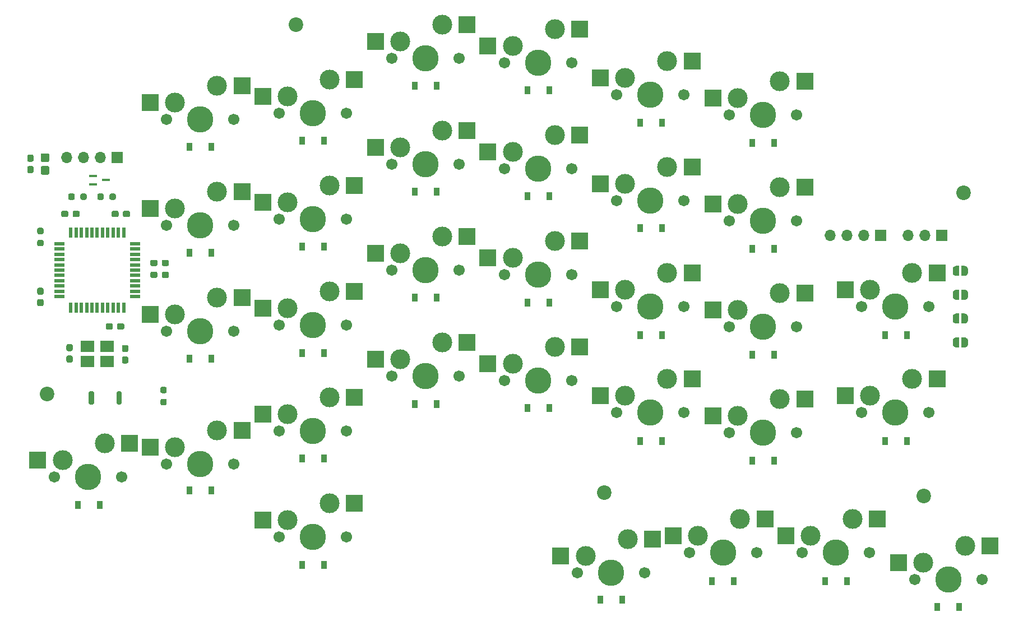
<source format=gbr>
G04 #@! TF.GenerationSoftware,KiCad,Pcbnew,(5.1.7)-1*
G04 #@! TF.CreationDate,2020-12-30T19:43:11-05:00*
G04 #@! TF.ProjectId,snowflake,736e6f77-666c-4616-9b65-2e6b69636164,rev?*
G04 #@! TF.SameCoordinates,Original*
G04 #@! TF.FileFunction,Soldermask,Bot*
G04 #@! TF.FilePolarity,Negative*
%FSLAX46Y46*%
G04 Gerber Fmt 4.6, Leading zero omitted, Abs format (unit mm)*
G04 Created by KiCad (PCBNEW (5.1.7)-1) date 2020-12-30 19:43:11*
%MOMM*%
%LPD*%
G01*
G04 APERTURE LIST*
%ADD10C,0.100000*%
%ADD11R,1.168400X0.355600*%
%ADD12C,2.200000*%
%ADD13R,2.100000X1.800000*%
%ADD14R,0.550000X1.500000*%
%ADD15R,1.500000X0.550000*%
%ADD16R,2.550000X2.500000*%
%ADD17C,1.701800*%
%ADD18C,3.987800*%
%ADD19C,3.000000*%
%ADD20O,1.700000X1.700000*%
%ADD21R,1.700000X1.700000*%
%ADD22R,0.900000X1.200000*%
G04 APERTURE END LIST*
D10*
G36*
X224800000Y-104150602D02*
G01*
X224824534Y-104150602D01*
X224873365Y-104155412D01*
X224921490Y-104164984D01*
X224968445Y-104179228D01*
X225013778Y-104198005D01*
X225057051Y-104221136D01*
X225097850Y-104248396D01*
X225135779Y-104279524D01*
X225170476Y-104314221D01*
X225201604Y-104352150D01*
X225228864Y-104392949D01*
X225251995Y-104436222D01*
X225270772Y-104481555D01*
X225285016Y-104528510D01*
X225294588Y-104576635D01*
X225299398Y-104625466D01*
X225299398Y-104650000D01*
X225300000Y-104650000D01*
X225300000Y-105150000D01*
X225299398Y-105150000D01*
X225299398Y-105174534D01*
X225294588Y-105223365D01*
X225285016Y-105271490D01*
X225270772Y-105318445D01*
X225251995Y-105363778D01*
X225228864Y-105407051D01*
X225201604Y-105447850D01*
X225170476Y-105485779D01*
X225135779Y-105520476D01*
X225097850Y-105551604D01*
X225057051Y-105578864D01*
X225013778Y-105601995D01*
X224968445Y-105620772D01*
X224921490Y-105635016D01*
X224873365Y-105644588D01*
X224824534Y-105649398D01*
X224800000Y-105649398D01*
X224800000Y-105650000D01*
X224300000Y-105650000D01*
X224300000Y-104150000D01*
X224800000Y-104150000D01*
X224800000Y-104150602D01*
G37*
G36*
X224000000Y-105650000D02*
G01*
X223500000Y-105650000D01*
X223500000Y-105649398D01*
X223475466Y-105649398D01*
X223426635Y-105644588D01*
X223378510Y-105635016D01*
X223331555Y-105620772D01*
X223286222Y-105601995D01*
X223242949Y-105578864D01*
X223202150Y-105551604D01*
X223164221Y-105520476D01*
X223129524Y-105485779D01*
X223098396Y-105447850D01*
X223071136Y-105407051D01*
X223048005Y-105363778D01*
X223029228Y-105318445D01*
X223014984Y-105271490D01*
X223005412Y-105223365D01*
X223000602Y-105174534D01*
X223000602Y-105150000D01*
X223000000Y-105150000D01*
X223000000Y-104650000D01*
X223000602Y-104650000D01*
X223000602Y-104625466D01*
X223005412Y-104576635D01*
X223014984Y-104528510D01*
X223029228Y-104481555D01*
X223048005Y-104436222D01*
X223071136Y-104392949D01*
X223098396Y-104352150D01*
X223129524Y-104314221D01*
X223164221Y-104279524D01*
X223202150Y-104248396D01*
X223242949Y-104221136D01*
X223286222Y-104198005D01*
X223331555Y-104179228D01*
X223378510Y-104164984D01*
X223426635Y-104155412D01*
X223475466Y-104150602D01*
X223500000Y-104150602D01*
X223500000Y-104150000D01*
X224000000Y-104150000D01*
X224000000Y-105650000D01*
G37*
G36*
X223500000Y-102049398D02*
G01*
X223475466Y-102049398D01*
X223426635Y-102044588D01*
X223378510Y-102035016D01*
X223331555Y-102020772D01*
X223286222Y-102001995D01*
X223242949Y-101978864D01*
X223202150Y-101951604D01*
X223164221Y-101920476D01*
X223129524Y-101885779D01*
X223098396Y-101847850D01*
X223071136Y-101807051D01*
X223048005Y-101763778D01*
X223029228Y-101718445D01*
X223014984Y-101671490D01*
X223005412Y-101623365D01*
X223000602Y-101574534D01*
X223000602Y-101550000D01*
X223000000Y-101550000D01*
X223000000Y-101050000D01*
X223000602Y-101050000D01*
X223000602Y-101025466D01*
X223005412Y-100976635D01*
X223014984Y-100928510D01*
X223029228Y-100881555D01*
X223048005Y-100836222D01*
X223071136Y-100792949D01*
X223098396Y-100752150D01*
X223129524Y-100714221D01*
X223164221Y-100679524D01*
X223202150Y-100648396D01*
X223242949Y-100621136D01*
X223286222Y-100598005D01*
X223331555Y-100579228D01*
X223378510Y-100564984D01*
X223426635Y-100555412D01*
X223475466Y-100550602D01*
X223500000Y-100550602D01*
X223500000Y-100550000D01*
X224000000Y-100550000D01*
X224000000Y-102050000D01*
X223500000Y-102050000D01*
X223500000Y-102049398D01*
G37*
G36*
X224300000Y-100550000D02*
G01*
X224800000Y-100550000D01*
X224800000Y-100550602D01*
X224824534Y-100550602D01*
X224873365Y-100555412D01*
X224921490Y-100564984D01*
X224968445Y-100579228D01*
X225013778Y-100598005D01*
X225057051Y-100621136D01*
X225097850Y-100648396D01*
X225135779Y-100679524D01*
X225170476Y-100714221D01*
X225201604Y-100752150D01*
X225228864Y-100792949D01*
X225251995Y-100836222D01*
X225270772Y-100881555D01*
X225285016Y-100928510D01*
X225294588Y-100976635D01*
X225299398Y-101025466D01*
X225299398Y-101050000D01*
X225300000Y-101050000D01*
X225300000Y-101550000D01*
X225299398Y-101550000D01*
X225299398Y-101574534D01*
X225294588Y-101623365D01*
X225285016Y-101671490D01*
X225270772Y-101718445D01*
X225251995Y-101763778D01*
X225228864Y-101807051D01*
X225201604Y-101847850D01*
X225170476Y-101885779D01*
X225135779Y-101920476D01*
X225097850Y-101951604D01*
X225057051Y-101978864D01*
X225013778Y-102001995D01*
X224968445Y-102020772D01*
X224921490Y-102035016D01*
X224873365Y-102044588D01*
X224824534Y-102049398D01*
X224800000Y-102049398D01*
X224800000Y-102050000D01*
X224300000Y-102050000D01*
X224300000Y-100550000D01*
G37*
G36*
X223500000Y-98449398D02*
G01*
X223475466Y-98449398D01*
X223426635Y-98444588D01*
X223378510Y-98435016D01*
X223331555Y-98420772D01*
X223286222Y-98401995D01*
X223242949Y-98378864D01*
X223202150Y-98351604D01*
X223164221Y-98320476D01*
X223129524Y-98285779D01*
X223098396Y-98247850D01*
X223071136Y-98207051D01*
X223048005Y-98163778D01*
X223029228Y-98118445D01*
X223014984Y-98071490D01*
X223005412Y-98023365D01*
X223000602Y-97974534D01*
X223000602Y-97950000D01*
X223000000Y-97950000D01*
X223000000Y-97450000D01*
X223000602Y-97450000D01*
X223000602Y-97425466D01*
X223005412Y-97376635D01*
X223014984Y-97328510D01*
X223029228Y-97281555D01*
X223048005Y-97236222D01*
X223071136Y-97192949D01*
X223098396Y-97152150D01*
X223129524Y-97114221D01*
X223164221Y-97079524D01*
X223202150Y-97048396D01*
X223242949Y-97021136D01*
X223286222Y-96998005D01*
X223331555Y-96979228D01*
X223378510Y-96964984D01*
X223426635Y-96955412D01*
X223475466Y-96950602D01*
X223500000Y-96950602D01*
X223500000Y-96950000D01*
X224000000Y-96950000D01*
X224000000Y-98450000D01*
X223500000Y-98450000D01*
X223500000Y-98449398D01*
G37*
G36*
X224300000Y-96950000D02*
G01*
X224800000Y-96950000D01*
X224800000Y-96950602D01*
X224824534Y-96950602D01*
X224873365Y-96955412D01*
X224921490Y-96964984D01*
X224968445Y-96979228D01*
X225013778Y-96998005D01*
X225057051Y-97021136D01*
X225097850Y-97048396D01*
X225135779Y-97079524D01*
X225170476Y-97114221D01*
X225201604Y-97152150D01*
X225228864Y-97192949D01*
X225251995Y-97236222D01*
X225270772Y-97281555D01*
X225285016Y-97328510D01*
X225294588Y-97376635D01*
X225299398Y-97425466D01*
X225299398Y-97450000D01*
X225300000Y-97450000D01*
X225300000Y-97950000D01*
X225299398Y-97950000D01*
X225299398Y-97974534D01*
X225294588Y-98023365D01*
X225285016Y-98071490D01*
X225270772Y-98118445D01*
X225251995Y-98163778D01*
X225228864Y-98207051D01*
X225201604Y-98247850D01*
X225170476Y-98285779D01*
X225135779Y-98320476D01*
X225097850Y-98351604D01*
X225057051Y-98378864D01*
X225013778Y-98401995D01*
X224968445Y-98420772D01*
X224921490Y-98435016D01*
X224873365Y-98444588D01*
X224824534Y-98449398D01*
X224800000Y-98449398D01*
X224800000Y-98450000D01*
X224300000Y-98450000D01*
X224300000Y-96950000D01*
G37*
G36*
X224800000Y-93350602D02*
G01*
X224824534Y-93350602D01*
X224873365Y-93355412D01*
X224921490Y-93364984D01*
X224968445Y-93379228D01*
X225013778Y-93398005D01*
X225057051Y-93421136D01*
X225097850Y-93448396D01*
X225135779Y-93479524D01*
X225170476Y-93514221D01*
X225201604Y-93552150D01*
X225228864Y-93592949D01*
X225251995Y-93636222D01*
X225270772Y-93681555D01*
X225285016Y-93728510D01*
X225294588Y-93776635D01*
X225299398Y-93825466D01*
X225299398Y-93850000D01*
X225300000Y-93850000D01*
X225300000Y-94350000D01*
X225299398Y-94350000D01*
X225299398Y-94374534D01*
X225294588Y-94423365D01*
X225285016Y-94471490D01*
X225270772Y-94518445D01*
X225251995Y-94563778D01*
X225228864Y-94607051D01*
X225201604Y-94647850D01*
X225170476Y-94685779D01*
X225135779Y-94720476D01*
X225097850Y-94751604D01*
X225057051Y-94778864D01*
X225013778Y-94801995D01*
X224968445Y-94820772D01*
X224921490Y-94835016D01*
X224873365Y-94844588D01*
X224824534Y-94849398D01*
X224800000Y-94849398D01*
X224800000Y-94850000D01*
X224300000Y-94850000D01*
X224300000Y-93350000D01*
X224800000Y-93350000D01*
X224800000Y-93350602D01*
G37*
G36*
X224000000Y-94850000D02*
G01*
X223500000Y-94850000D01*
X223500000Y-94849398D01*
X223475466Y-94849398D01*
X223426635Y-94844588D01*
X223378510Y-94835016D01*
X223331555Y-94820772D01*
X223286222Y-94801995D01*
X223242949Y-94778864D01*
X223202150Y-94751604D01*
X223164221Y-94720476D01*
X223129524Y-94685779D01*
X223098396Y-94647850D01*
X223071136Y-94607051D01*
X223048005Y-94563778D01*
X223029228Y-94518445D01*
X223014984Y-94471490D01*
X223005412Y-94423365D01*
X223000602Y-94374534D01*
X223000602Y-94350000D01*
X223000000Y-94350000D01*
X223000000Y-93850000D01*
X223000602Y-93850000D01*
X223000602Y-93825466D01*
X223005412Y-93776635D01*
X223014984Y-93728510D01*
X223029228Y-93681555D01*
X223048005Y-93636222D01*
X223071136Y-93592949D01*
X223098396Y-93552150D01*
X223129524Y-93514221D01*
X223164221Y-93479524D01*
X223202150Y-93448396D01*
X223242949Y-93421136D01*
X223286222Y-93398005D01*
X223331555Y-93379228D01*
X223378510Y-93364984D01*
X223426635Y-93355412D01*
X223475466Y-93350602D01*
X223500000Y-93350602D01*
X223500000Y-93350000D01*
X224000000Y-93350000D01*
X224000000Y-94850000D01*
G37*
G36*
G01*
X92500000Y-114100000D02*
X92500000Y-112500000D01*
G75*
G02*
X92700000Y-112300000I200000J0D01*
G01*
X93100000Y-112300000D01*
G75*
G02*
X93300000Y-112500000I0J-200000D01*
G01*
X93300000Y-114100000D01*
G75*
G02*
X93100000Y-114300000I-200000J0D01*
G01*
X92700000Y-114300000D01*
G75*
G02*
X92500000Y-114100000I0J200000D01*
G01*
G37*
G36*
G01*
X96700000Y-114100000D02*
X96700000Y-112500000D01*
G75*
G02*
X96900000Y-112300000I200000J0D01*
G01*
X97300000Y-112300000D01*
G75*
G02*
X97500000Y-112500000I0J-200000D01*
G01*
X97500000Y-114100000D01*
G75*
G02*
X97300000Y-114300000I-200000J0D01*
G01*
X96900000Y-114300000D01*
G75*
G02*
X96700000Y-114100000I0J200000D01*
G01*
G37*
D11*
X95065200Y-80400000D03*
X93134800Y-79750001D03*
X93134800Y-81049999D03*
D12*
X170400000Y-127600000D03*
X218600000Y-128100000D03*
X86200000Y-112700000D03*
X123800000Y-56900000D03*
X224600000Y-82300000D03*
D13*
X92330000Y-107770000D03*
X95230000Y-107770000D03*
X95230000Y-105470000D03*
X92330000Y-105470000D03*
D14*
X97780000Y-88290000D03*
X96980000Y-88290000D03*
X96180000Y-88290000D03*
X95380000Y-88290000D03*
X94580000Y-88290000D03*
X93780000Y-88290000D03*
X92980000Y-88290000D03*
X92180000Y-88290000D03*
X91380000Y-88290000D03*
X90580000Y-88290000D03*
X89780000Y-88290000D03*
D15*
X88080000Y-89990000D03*
X88080000Y-90790000D03*
X88080000Y-91590000D03*
X88080000Y-92390000D03*
X88080000Y-93190000D03*
X88080000Y-93990000D03*
X88080000Y-94790000D03*
X88080000Y-95590000D03*
X88080000Y-96390000D03*
X88080000Y-97190000D03*
X88080000Y-97990000D03*
D14*
X89780000Y-99690000D03*
X90580000Y-99690000D03*
X91380000Y-99690000D03*
X92180000Y-99690000D03*
X92980000Y-99690000D03*
X93780000Y-99690000D03*
X94580000Y-99690000D03*
X95380000Y-99690000D03*
X96180000Y-99690000D03*
X96980000Y-99690000D03*
X97780000Y-99690000D03*
D15*
X99480000Y-97990000D03*
X99480000Y-97190000D03*
X99480000Y-96390000D03*
X99480000Y-95590000D03*
X99480000Y-94790000D03*
X99480000Y-93990000D03*
X99480000Y-93190000D03*
X99480000Y-92390000D03*
X99480000Y-91590000D03*
X99480000Y-90790000D03*
X99480000Y-89990000D03*
G36*
G01*
X84962500Y-89412500D02*
X85437500Y-89412500D01*
G75*
G02*
X85675000Y-89650000I0J-237500D01*
G01*
X85675000Y-90150000D01*
G75*
G02*
X85437500Y-90387500I-237500J0D01*
G01*
X84962500Y-90387500D01*
G75*
G02*
X84725000Y-90150000I0J237500D01*
G01*
X84725000Y-89650000D01*
G75*
G02*
X84962500Y-89412500I237500J0D01*
G01*
G37*
G36*
G01*
X84962500Y-87587500D02*
X85437500Y-87587500D01*
G75*
G02*
X85675000Y-87825000I0J-237500D01*
G01*
X85675000Y-88325000D01*
G75*
G02*
X85437500Y-88562500I-237500J0D01*
G01*
X84962500Y-88562500D01*
G75*
G02*
X84725000Y-88325000I0J237500D01*
G01*
X84725000Y-87825000D01*
G75*
G02*
X84962500Y-87587500I237500J0D01*
G01*
G37*
G36*
G01*
X104037500Y-112587500D02*
X103562500Y-112587500D01*
G75*
G02*
X103325000Y-112350000I0J237500D01*
G01*
X103325000Y-111850000D01*
G75*
G02*
X103562500Y-111612500I237500J0D01*
G01*
X104037500Y-111612500D01*
G75*
G02*
X104275000Y-111850000I0J-237500D01*
G01*
X104275000Y-112350000D01*
G75*
G02*
X104037500Y-112587500I-237500J0D01*
G01*
G37*
G36*
G01*
X104037500Y-114412500D02*
X103562500Y-114412500D01*
G75*
G02*
X103325000Y-114175000I0J237500D01*
G01*
X103325000Y-113675000D01*
G75*
G02*
X103562500Y-113437500I237500J0D01*
G01*
X104037500Y-113437500D01*
G75*
G02*
X104275000Y-113675000I0J-237500D01*
G01*
X104275000Y-114175000D01*
G75*
G02*
X104037500Y-114412500I-237500J0D01*
G01*
G37*
G36*
G01*
X91225000Y-83137500D02*
X91225000Y-82662500D01*
G75*
G02*
X91462500Y-82425000I237500J0D01*
G01*
X91962500Y-82425000D01*
G75*
G02*
X92200000Y-82662500I0J-237500D01*
G01*
X92200000Y-83137500D01*
G75*
G02*
X91962500Y-83375000I-237500J0D01*
G01*
X91462500Y-83375000D01*
G75*
G02*
X91225000Y-83137500I0J237500D01*
G01*
G37*
G36*
G01*
X89400000Y-83137500D02*
X89400000Y-82662500D01*
G75*
G02*
X89637500Y-82425000I237500J0D01*
G01*
X90137500Y-82425000D01*
G75*
G02*
X90375000Y-82662500I0J-237500D01*
G01*
X90375000Y-83137500D01*
G75*
G02*
X90137500Y-83375000I-237500J0D01*
G01*
X89637500Y-83375000D01*
G75*
G02*
X89400000Y-83137500I0J237500D01*
G01*
G37*
G36*
G01*
X94775000Y-82662500D02*
X94775000Y-83137500D01*
G75*
G02*
X94537500Y-83375000I-237500J0D01*
G01*
X94037500Y-83375000D01*
G75*
G02*
X93800000Y-83137500I0J237500D01*
G01*
X93800000Y-82662500D01*
G75*
G02*
X94037500Y-82425000I237500J0D01*
G01*
X94537500Y-82425000D01*
G75*
G02*
X94775000Y-82662500I0J-237500D01*
G01*
G37*
G36*
G01*
X96600000Y-82662500D02*
X96600000Y-83137500D01*
G75*
G02*
X96362500Y-83375000I-237500J0D01*
G01*
X95862500Y-83375000D01*
G75*
G02*
X95625000Y-83137500I0J237500D01*
G01*
X95625000Y-82662500D01*
G75*
G02*
X95862500Y-82425000I237500J0D01*
G01*
X96362500Y-82425000D01*
G75*
G02*
X96600000Y-82662500I0J-237500D01*
G01*
G37*
D16*
X214790000Y-138150000D03*
D17*
X217270000Y-140690000D03*
X227430000Y-140690000D03*
D18*
X222350000Y-140690000D03*
D19*
X218540000Y-138150000D03*
X224890000Y-135610000D03*
D16*
X228640000Y-135610000D03*
X197790000Y-134150000D03*
D17*
X200270000Y-136690000D03*
X210430000Y-136690000D03*
D18*
X205350000Y-136690000D03*
D19*
X201540000Y-134150000D03*
X207890000Y-131610000D03*
D16*
X211640000Y-131610000D03*
X180790000Y-134150000D03*
D17*
X183270000Y-136690000D03*
X193430000Y-136690000D03*
D18*
X188350000Y-136690000D03*
D19*
X184540000Y-134150000D03*
X190890000Y-131610000D03*
D16*
X194640000Y-131610000D03*
X163790000Y-137150000D03*
D17*
X166270000Y-139690000D03*
X176430000Y-139690000D03*
D18*
X171350000Y-139690000D03*
D19*
X167540000Y-137150000D03*
X173890000Y-134610000D03*
D16*
X177640000Y-134610000D03*
X118790000Y-131710000D03*
D17*
X121270000Y-134250000D03*
X131430000Y-134250000D03*
D18*
X126350000Y-134250000D03*
D19*
X122540000Y-131710000D03*
X128890000Y-129170000D03*
D16*
X132640000Y-129170000D03*
X206790000Y-112980000D03*
D17*
X209270000Y-115520000D03*
X219430000Y-115520000D03*
D18*
X214350000Y-115520000D03*
D19*
X210540000Y-112980000D03*
X216890000Y-110440000D03*
D16*
X220640000Y-110440000D03*
X186790000Y-115980000D03*
D17*
X189270000Y-118520000D03*
X199430000Y-118520000D03*
D18*
X194350000Y-118520000D03*
D19*
X190540000Y-115980000D03*
X196890000Y-113440000D03*
D16*
X200640000Y-113440000D03*
X169790000Y-112980000D03*
D17*
X172270000Y-115520000D03*
X182430000Y-115520000D03*
D18*
X177350000Y-115520000D03*
D19*
X173540000Y-112980000D03*
X179890000Y-110440000D03*
D16*
X183640000Y-110440000D03*
X152790000Y-108150000D03*
D17*
X155270000Y-110690000D03*
X165430000Y-110690000D03*
D18*
X160350000Y-110690000D03*
D19*
X156540000Y-108150000D03*
X162890000Y-105610000D03*
D16*
X166640000Y-105610000D03*
X135790000Y-107450000D03*
D17*
X138270000Y-109990000D03*
X148430000Y-109990000D03*
D18*
X143350000Y-109990000D03*
D19*
X139540000Y-107450000D03*
X145890000Y-104910000D03*
D16*
X149640000Y-104910000D03*
X118790000Y-115710000D03*
D17*
X121270000Y-118250000D03*
X131430000Y-118250000D03*
D18*
X126350000Y-118250000D03*
D19*
X122540000Y-115710000D03*
X128890000Y-113170000D03*
D16*
X132640000Y-113170000D03*
X101790000Y-120710000D03*
D17*
X104270000Y-123250000D03*
X114430000Y-123250000D03*
D18*
X109350000Y-123250000D03*
D19*
X105540000Y-120710000D03*
X111890000Y-118170000D03*
D16*
X115640000Y-118170000D03*
X84790000Y-122710000D03*
D17*
X87270000Y-125250000D03*
X97430000Y-125250000D03*
D18*
X92350000Y-125250000D03*
D19*
X88540000Y-122710000D03*
X94890000Y-120170000D03*
D16*
X98640000Y-120170000D03*
X206790000Y-96980000D03*
D17*
X209270000Y-99520000D03*
X219430000Y-99520000D03*
D18*
X214350000Y-99520000D03*
D19*
X210540000Y-96980000D03*
X216890000Y-94440000D03*
D16*
X220640000Y-94440000D03*
X186790000Y-99980000D03*
D17*
X189270000Y-102520000D03*
X199430000Y-102520000D03*
D18*
X194350000Y-102520000D03*
D19*
X190540000Y-99980000D03*
X196890000Y-97440000D03*
D16*
X200640000Y-97440000D03*
X183640000Y-94440000D03*
D19*
X179890000Y-94440000D03*
X173540000Y-96980000D03*
D18*
X177350000Y-99520000D03*
D17*
X182430000Y-99520000D03*
X172270000Y-99520000D03*
D16*
X169790000Y-96980000D03*
X152790000Y-92150000D03*
D17*
X155270000Y-94690000D03*
X165430000Y-94690000D03*
D18*
X160350000Y-94690000D03*
D19*
X156540000Y-92150000D03*
X162890000Y-89610000D03*
D16*
X166640000Y-89610000D03*
X135790000Y-91450000D03*
D17*
X138270000Y-93990000D03*
X148430000Y-93990000D03*
D18*
X143350000Y-93990000D03*
D19*
X139540000Y-91450000D03*
X145890000Y-88910000D03*
D16*
X149640000Y-88910000D03*
X118790000Y-99710000D03*
D17*
X121270000Y-102250000D03*
X131430000Y-102250000D03*
D18*
X126350000Y-102250000D03*
D19*
X122540000Y-99710000D03*
X128890000Y-97170000D03*
D16*
X132640000Y-97170000D03*
X101790000Y-100710000D03*
D17*
X104270000Y-103250000D03*
X114430000Y-103250000D03*
D18*
X109350000Y-103250000D03*
D19*
X105540000Y-100710000D03*
X111890000Y-98170000D03*
D16*
X115640000Y-98170000D03*
X186790000Y-83980000D03*
D17*
X189270000Y-86520000D03*
X199430000Y-86520000D03*
D18*
X194350000Y-86520000D03*
D19*
X190540000Y-83980000D03*
X196890000Y-81440000D03*
D16*
X200640000Y-81440000D03*
X169790000Y-80980000D03*
D17*
X172270000Y-83520000D03*
X182430000Y-83520000D03*
D18*
X177350000Y-83520000D03*
D19*
X173540000Y-80980000D03*
X179890000Y-78440000D03*
D16*
X183640000Y-78440000D03*
X152790000Y-76150000D03*
D17*
X155270000Y-78690000D03*
X165430000Y-78690000D03*
D18*
X160350000Y-78690000D03*
D19*
X156540000Y-76150000D03*
X162890000Y-73610000D03*
D16*
X166640000Y-73610000D03*
X135790000Y-75450000D03*
D17*
X138270000Y-77990000D03*
X148430000Y-77990000D03*
D18*
X143350000Y-77990000D03*
D19*
X139540000Y-75450000D03*
X145890000Y-72910000D03*
D16*
X149640000Y-72910000D03*
X118790000Y-83710000D03*
D17*
X121270000Y-86250000D03*
X131430000Y-86250000D03*
D18*
X126350000Y-86250000D03*
D19*
X122540000Y-83710000D03*
X128890000Y-81170000D03*
D16*
X132640000Y-81170000D03*
X101790000Y-84710000D03*
D17*
X104270000Y-87250000D03*
X114430000Y-87250000D03*
D18*
X109350000Y-87250000D03*
D19*
X105540000Y-84710000D03*
X111890000Y-82170000D03*
D16*
X115640000Y-82170000D03*
X186790000Y-67980000D03*
D17*
X189270000Y-70520000D03*
X199430000Y-70520000D03*
D18*
X194350000Y-70520000D03*
D19*
X190540000Y-67980000D03*
X196890000Y-65440000D03*
D16*
X200640000Y-65440000D03*
X169790000Y-64980000D03*
D17*
X172270000Y-67520000D03*
X182430000Y-67520000D03*
D18*
X177350000Y-67520000D03*
D19*
X173540000Y-64980000D03*
X179890000Y-62440000D03*
D16*
X183640000Y-62440000D03*
X152790000Y-60150000D03*
D17*
X155270000Y-62690000D03*
X165430000Y-62690000D03*
D18*
X160350000Y-62690000D03*
D19*
X156540000Y-60150000D03*
X162890000Y-57610000D03*
D16*
X166640000Y-57610000D03*
X135790000Y-59450000D03*
D17*
X138270000Y-61990000D03*
X148430000Y-61990000D03*
D18*
X143350000Y-61990000D03*
D19*
X139540000Y-59450000D03*
X145890000Y-56910000D03*
D16*
X149640000Y-56910000D03*
X118790000Y-67710000D03*
D17*
X121270000Y-70250000D03*
X131430000Y-70250000D03*
D18*
X126350000Y-70250000D03*
D19*
X122540000Y-67710000D03*
X128890000Y-65170000D03*
D16*
X132640000Y-65170000D03*
X101790000Y-68710000D03*
D17*
X104270000Y-71250000D03*
X114430000Y-71250000D03*
D18*
X109350000Y-71250000D03*
D19*
X105540000Y-68710000D03*
X111890000Y-66170000D03*
D16*
X115640000Y-66170000D03*
D20*
X204480000Y-88700000D03*
X207020000Y-88700000D03*
X209560000Y-88700000D03*
D21*
X212100000Y-88700000D03*
D20*
X216220000Y-88700000D03*
X218760000Y-88700000D03*
D21*
X221300000Y-88700000D03*
D20*
X89180000Y-77000000D03*
X91720000Y-77000000D03*
X94260000Y-77000000D03*
D21*
X96800000Y-77000000D03*
G36*
G01*
X85499999Y-78262500D02*
X86300001Y-78262500D01*
G75*
G02*
X86550000Y-78512499I0J-249999D01*
G01*
X86550000Y-79337501D01*
G75*
G02*
X86300001Y-79587500I-249999J0D01*
G01*
X85499999Y-79587500D01*
G75*
G02*
X85250000Y-79337501I0J249999D01*
G01*
X85250000Y-78512499D01*
G75*
G02*
X85499999Y-78262500I249999J0D01*
G01*
G37*
G36*
G01*
X85499999Y-76337500D02*
X86300001Y-76337500D01*
G75*
G02*
X86550000Y-76587499I0J-249999D01*
G01*
X86550000Y-77412501D01*
G75*
G02*
X86300001Y-77662500I-249999J0D01*
G01*
X85499999Y-77662500D01*
G75*
G02*
X85250000Y-77412501I0J249999D01*
G01*
X85250000Y-76587499D01*
G75*
G02*
X85499999Y-76337500I249999J0D01*
G01*
G37*
D22*
X220650000Y-144900000D03*
X223950000Y-144900000D03*
X212750000Y-119800000D03*
X216050000Y-119800000D03*
X212750000Y-103800000D03*
X216050000Y-103800000D03*
X203750000Y-141000000D03*
X207050000Y-141000000D03*
X192750000Y-122800000D03*
X196050000Y-122800000D03*
X192750000Y-106800000D03*
X196050000Y-106800000D03*
X192750000Y-90800000D03*
X196050000Y-90800000D03*
X192750000Y-74800000D03*
X196050000Y-74800000D03*
X186650000Y-140970000D03*
X189950000Y-140970000D03*
X175750000Y-119800000D03*
X179050000Y-119800000D03*
X175750000Y-103800000D03*
X179050000Y-103800000D03*
X175750000Y-87600000D03*
X179050000Y-87600000D03*
X175750000Y-71700000D03*
X179050000Y-71700000D03*
X169750000Y-143800000D03*
X173050000Y-143800000D03*
X158750000Y-114800000D03*
X162050000Y-114800000D03*
X158750000Y-98900000D03*
X162050000Y-98900000D03*
X158750000Y-82800000D03*
X162050000Y-82800000D03*
X158750000Y-66800000D03*
X162050000Y-66800000D03*
X141750000Y-114200000D03*
X145050000Y-114200000D03*
X141750000Y-98100000D03*
X145050000Y-98100000D03*
X141750000Y-82100000D03*
X145050000Y-82100000D03*
X141750000Y-66100000D03*
X145050000Y-66100000D03*
X124750000Y-138500000D03*
X128050000Y-138500000D03*
X124750000Y-122400000D03*
X128050000Y-122400000D03*
X124750000Y-106500000D03*
X128050000Y-106500000D03*
X124750000Y-90400000D03*
X128050000Y-90400000D03*
X124750000Y-74400000D03*
X128050000Y-74400000D03*
X107750000Y-127300000D03*
X111050000Y-127300000D03*
X107750000Y-107400000D03*
X111050000Y-107400000D03*
X107750000Y-91400000D03*
X111050000Y-91400000D03*
X107750000Y-75400000D03*
X111050000Y-75400000D03*
X90850000Y-129500000D03*
X94150000Y-129500000D03*
G36*
G01*
X96137500Y-102262500D02*
X96137500Y-102737500D01*
G75*
G02*
X95900000Y-102975000I-237500J0D01*
G01*
X95300000Y-102975000D01*
G75*
G02*
X95062500Y-102737500I0J237500D01*
G01*
X95062500Y-102262500D01*
G75*
G02*
X95300000Y-102025000I237500J0D01*
G01*
X95900000Y-102025000D01*
G75*
G02*
X96137500Y-102262500I0J-237500D01*
G01*
G37*
G36*
G01*
X97862500Y-102262500D02*
X97862500Y-102737500D01*
G75*
G02*
X97625000Y-102975000I-237500J0D01*
G01*
X97025000Y-102975000D01*
G75*
G02*
X96787500Y-102737500I0J237500D01*
G01*
X96787500Y-102262500D01*
G75*
G02*
X97025000Y-102025000I237500J0D01*
G01*
X97625000Y-102025000D01*
G75*
G02*
X97862500Y-102262500I0J-237500D01*
G01*
G37*
G36*
G01*
X84962500Y-98362500D02*
X85437500Y-98362500D01*
G75*
G02*
X85675000Y-98600000I0J-237500D01*
G01*
X85675000Y-99200000D01*
G75*
G02*
X85437500Y-99437500I-237500J0D01*
G01*
X84962500Y-99437500D01*
G75*
G02*
X84725000Y-99200000I0J237500D01*
G01*
X84725000Y-98600000D01*
G75*
G02*
X84962500Y-98362500I237500J0D01*
G01*
G37*
G36*
G01*
X84962500Y-96637500D02*
X85437500Y-96637500D01*
G75*
G02*
X85675000Y-96875000I0J-237500D01*
G01*
X85675000Y-97475000D01*
G75*
G02*
X85437500Y-97712500I-237500J0D01*
G01*
X84962500Y-97712500D01*
G75*
G02*
X84725000Y-97475000I0J237500D01*
G01*
X84725000Y-96875000D01*
G75*
G02*
X84962500Y-96637500I237500J0D01*
G01*
G37*
G36*
G01*
X103525000Y-93137500D02*
X103525000Y-92662500D01*
G75*
G02*
X103762500Y-92425000I237500J0D01*
G01*
X104362500Y-92425000D01*
G75*
G02*
X104600000Y-92662500I0J-237500D01*
G01*
X104600000Y-93137500D01*
G75*
G02*
X104362500Y-93375000I-237500J0D01*
G01*
X103762500Y-93375000D01*
G75*
G02*
X103525000Y-93137500I0J237500D01*
G01*
G37*
G36*
G01*
X101800000Y-93137500D02*
X101800000Y-92662500D01*
G75*
G02*
X102037500Y-92425000I237500J0D01*
G01*
X102637500Y-92425000D01*
G75*
G02*
X102875000Y-92662500I0J-237500D01*
G01*
X102875000Y-93137500D01*
G75*
G02*
X102637500Y-93375000I-237500J0D01*
G01*
X102037500Y-93375000D01*
G75*
G02*
X101800000Y-93137500I0J237500D01*
G01*
G37*
G36*
G01*
X98237500Y-106375000D02*
X97762500Y-106375000D01*
G75*
G02*
X97525000Y-106137500I0J237500D01*
G01*
X97525000Y-105537500D01*
G75*
G02*
X97762500Y-105300000I237500J0D01*
G01*
X98237500Y-105300000D01*
G75*
G02*
X98475000Y-105537500I0J-237500D01*
G01*
X98475000Y-106137500D01*
G75*
G02*
X98237500Y-106375000I-237500J0D01*
G01*
G37*
G36*
G01*
X98237500Y-108100000D02*
X97762500Y-108100000D01*
G75*
G02*
X97525000Y-107862500I0J237500D01*
G01*
X97525000Y-107262500D01*
G75*
G02*
X97762500Y-107025000I237500J0D01*
G01*
X98237500Y-107025000D01*
G75*
G02*
X98475000Y-107262500I0J-237500D01*
G01*
X98475000Y-107862500D01*
G75*
G02*
X98237500Y-108100000I-237500J0D01*
G01*
G37*
G36*
G01*
X89362500Y-106887500D02*
X89837500Y-106887500D01*
G75*
G02*
X90075000Y-107125000I0J-237500D01*
G01*
X90075000Y-107725000D01*
G75*
G02*
X89837500Y-107962500I-237500J0D01*
G01*
X89362500Y-107962500D01*
G75*
G02*
X89125000Y-107725000I0J237500D01*
G01*
X89125000Y-107125000D01*
G75*
G02*
X89362500Y-106887500I237500J0D01*
G01*
G37*
G36*
G01*
X89362500Y-105162500D02*
X89837500Y-105162500D01*
G75*
G02*
X90075000Y-105400000I0J-237500D01*
G01*
X90075000Y-106000000D01*
G75*
G02*
X89837500Y-106237500I-237500J0D01*
G01*
X89362500Y-106237500D01*
G75*
G02*
X89125000Y-106000000I0J237500D01*
G01*
X89125000Y-105400000D01*
G75*
G02*
X89362500Y-105162500I237500J0D01*
G01*
G37*
G36*
G01*
X97012500Y-85262500D02*
X97012500Y-85737500D01*
G75*
G02*
X96775000Y-85975000I-237500J0D01*
G01*
X96175000Y-85975000D01*
G75*
G02*
X95937500Y-85737500I0J237500D01*
G01*
X95937500Y-85262500D01*
G75*
G02*
X96175000Y-85025000I237500J0D01*
G01*
X96775000Y-85025000D01*
G75*
G02*
X97012500Y-85262500I0J-237500D01*
G01*
G37*
G36*
G01*
X98737500Y-85262500D02*
X98737500Y-85737500D01*
G75*
G02*
X98500000Y-85975000I-237500J0D01*
G01*
X97900000Y-85975000D01*
G75*
G02*
X97662500Y-85737500I0J237500D01*
G01*
X97662500Y-85262500D01*
G75*
G02*
X97900000Y-85025000I237500J0D01*
G01*
X98500000Y-85025000D01*
G75*
G02*
X98737500Y-85262500I0J-237500D01*
G01*
G37*
G36*
G01*
X90062500Y-85737500D02*
X90062500Y-85262500D01*
G75*
G02*
X90300000Y-85025000I237500J0D01*
G01*
X90900000Y-85025000D01*
G75*
G02*
X91137500Y-85262500I0J-237500D01*
G01*
X91137500Y-85737500D01*
G75*
G02*
X90900000Y-85975000I-237500J0D01*
G01*
X90300000Y-85975000D01*
G75*
G02*
X90062500Y-85737500I0J237500D01*
G01*
G37*
G36*
G01*
X88337500Y-85737500D02*
X88337500Y-85262500D01*
G75*
G02*
X88575000Y-85025000I237500J0D01*
G01*
X89175000Y-85025000D01*
G75*
G02*
X89412500Y-85262500I0J-237500D01*
G01*
X89412500Y-85737500D01*
G75*
G02*
X89175000Y-85975000I-237500J0D01*
G01*
X88575000Y-85975000D01*
G75*
G02*
X88337500Y-85737500I0J237500D01*
G01*
G37*
G36*
G01*
X103525000Y-94937500D02*
X103525000Y-94462500D01*
G75*
G02*
X103762500Y-94225000I237500J0D01*
G01*
X104362500Y-94225000D01*
G75*
G02*
X104600000Y-94462500I0J-237500D01*
G01*
X104600000Y-94937500D01*
G75*
G02*
X104362500Y-95175000I-237500J0D01*
G01*
X103762500Y-95175000D01*
G75*
G02*
X103525000Y-94937500I0J237500D01*
G01*
G37*
G36*
G01*
X101800000Y-94937500D02*
X101800000Y-94462500D01*
G75*
G02*
X102037500Y-94225000I237500J0D01*
G01*
X102637500Y-94225000D01*
G75*
G02*
X102875000Y-94462500I0J-237500D01*
G01*
X102875000Y-94937500D01*
G75*
G02*
X102637500Y-95175000I-237500J0D01*
G01*
X102037500Y-95175000D01*
G75*
G02*
X101800000Y-94937500I0J237500D01*
G01*
G37*
G36*
G01*
X83937500Y-77612500D02*
X83462500Y-77612500D01*
G75*
G02*
X83225000Y-77375000I0J237500D01*
G01*
X83225000Y-76775000D01*
G75*
G02*
X83462500Y-76537500I237500J0D01*
G01*
X83937500Y-76537500D01*
G75*
G02*
X84175000Y-76775000I0J-237500D01*
G01*
X84175000Y-77375000D01*
G75*
G02*
X83937500Y-77612500I-237500J0D01*
G01*
G37*
G36*
G01*
X83937500Y-79337500D02*
X83462500Y-79337500D01*
G75*
G02*
X83225000Y-79100000I0J237500D01*
G01*
X83225000Y-78500000D01*
G75*
G02*
X83462500Y-78262500I237500J0D01*
G01*
X83937500Y-78262500D01*
G75*
G02*
X84175000Y-78500000I0J-237500D01*
G01*
X84175000Y-79100000D01*
G75*
G02*
X83937500Y-79337500I-237500J0D01*
G01*
G37*
M02*

</source>
